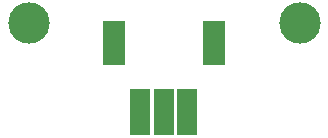
<source format=gbr>
G04 (created by PCBNEW (2013-may-18)-stable) date Ср 04 ноя 2015 02:15:30*
%MOIN*%
G04 Gerber Fmt 3.4, Leading zero omitted, Abs format*
%FSLAX34Y34*%
G01*
G70*
G90*
G04 APERTURE LIST*
%ADD10C,0.00393701*%
%ADD11C,0.137795*%
%ADD12R,0.0748031X0.149606*%
%ADD13R,0.0708661X0.153543*%
G04 APERTURE END LIST*
G54D10*
G54D11*
X16060Y-16838D03*
X7005Y-16838D03*
G54D12*
X9842Y-17500D03*
G54D13*
X12303Y-19783D03*
X11515Y-19783D03*
X10728Y-19783D03*
G54D12*
X13188Y-17500D03*
M02*

</source>
